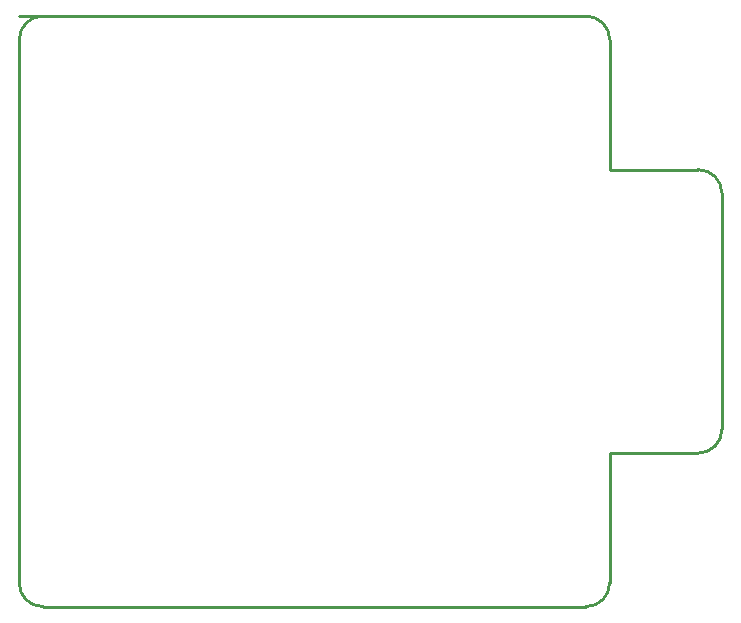
<source format=gko>
G04 Layer: BoardOutlineLayer*
G04 EasyEDA v6.5.20, 2023-08-22 23:15:59*
G04 a67cddfb3fce44daa9051d46cbbcc19f,10*
G04 Gerber Generator version 0.2*
G04 Scale: 100 percent, Rotated: No, Reflected: No *
G04 Dimensions in millimeters *
G04 leading zeros omitted , absolute positions ,4 integer and 5 decimal *
%FSLAX45Y45*%
%MOMM*%

%ADD10C,0.2540*%
D10*
X5749988Y1299997D02*
G01*
X4999990Y1299997D01*
X5749988Y3699992D02*
G01*
X4999982Y3699992D01*
X5949983Y3499993D02*
G01*
X5949983Y1499999D01*
X4999990Y4799990D02*
G01*
X4999987Y3699992D01*
X4799990Y4999989D02*
G01*
X5Y4999989D01*
X4800010Y-20D02*
G01*
X200012Y-20D01*
X12Y4799972D02*
G01*
X12Y199979D01*
X5000005Y1299956D02*
G01*
X5000005Y199979D01*
G75*
G01*
X4800008Y-18D02*
G03*
X5000008Y199982I0J200000D01*
G75*
G01*
X18Y199982D02*
G03*
X200017Y-18I199999J0D01*
G75*
G01*
X200017Y4999972D02*
G03*
X18Y4799973I0J-199999D01*
G75*
G01*
X5000008Y4799973D02*
G03*
X4800008Y4999972I-200000J0D01*
G75*
G01*
X5949988Y3499993D02*
G03*
X5749988Y3699993I-199999J0D01*
G75*
G01*
X5749988Y1299997D02*
G03*
X5949988Y1499997I1J200000D01*

%LPD*%
M02*

</source>
